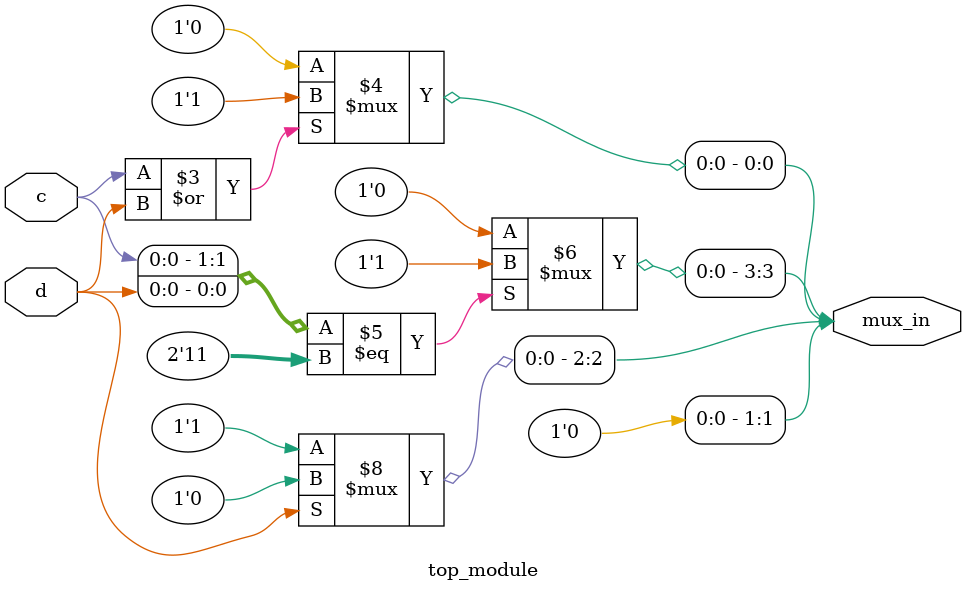
<source format=v>
module top_module (
    input c,
    input d,
    output [3:0] mux_in
); 
    assign mux_in[0] = ((c == 1'b1) | (d == 1'b1)) ? 1'b1 : 1'b0;
    assign mux_in[1] = 1'b0;
    assign mux_in[3] = ({c,d} == 2'b11) ? 1'b1 : 1'b0;
    assign mux_in[2] = (d==1'b0) ? 1'b1 : 1'b0; 
    
endmodule

</source>
